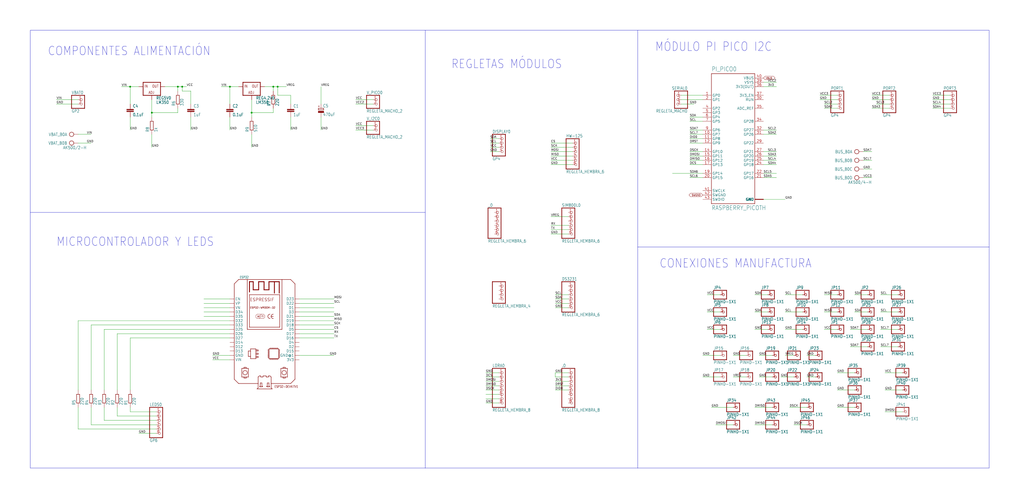
<source format=kicad_sch>
(kicad_sch (version 20250114) (generator "eeschema") (generator_version "9.0")
  (paper "User" 599.592 294.792)
  (text "REGLETAS MÓDULOS" (at 264.16 40.64 0) (effects (font (size 5.08 4.318)) (justify left bottom)))
  (text "MÓDULO PI PICO I2C" (at 383.54 30.48 0) (effects (font (size 5.08 4.318)) (justify left bottom)))
  (text "COMPONENTES ALIMENTACIÓN" (at 27.94 33.02 0) (effects (font (size 5.08 4.318)) (justify left bottom)))
  (text "MICROCONTROLADOR Y LEDS" (at 33.02 144.78 0) (effects (font (size 5.08 4.318)) (justify left bottom)))
  (text "CONEXIONES MANUFACTURA" (at 386.08 157.48 0) (effects (font (size 5.08 4.318)) (justify left bottom)))
  (junction (at 88.9 66.04))
  (junction (at 162.56 50.8))
  (junction (at 160.02 50.8))
  (junction (at 104.14 50.8))
  (junction (at 106.68 50.8))
  (junction (at 147.32 66.04))
  (junction (at 76.2 50.8))
  (junction (at 134.62 50.8))
  (wire (pts (xy 332.74 137.16) (xy 322.58 137.16)) (stroke (width 0.1524)))
  (wire (pts (xy 292.1 81.28) (xy 287.02 81.28)) (stroke (width 0.1524)))
  (wire (pts (xy 68.58 195.58) (xy 134.62 195.58)) (stroke (width 0.1524)))
  (wire (pts (xy 429.26 248.92) (xy 419.1 248.92)) (stroke (width 0.1524)))
  (wire (pts (xy 528.32 241.3) (xy 518.16 241.3)) (stroke (width 0.1524)))
  (wire (pts (xy 449.58 182.88) (xy 441.96 182.88)) (stroke (width 0.1524)))
  (polyline (pts (xy 17.78 17.78) (xy 248.92 17.78)) (stroke (width 0.1524) (type solid)))
  (wire (pts (xy 332.74 175.26) (xy 325.12 175.26)) (stroke (width 0.1524)))
  (wire (pts (xy 91.44 241.3) (xy 76.2 241.3)) (stroke (width 0.1524)))
  (wire (pts (xy 160.02 63.5) (xy 160.02 66.04)) (stroke (width 0.1524)))
  (wire (pts (xy 469.9 182.88) (xy 459.74 182.88)) (stroke (width 0.1524)))
  (wire (pts (xy 175.26 185.42) (xy 195.58 185.42)) (stroke (width 0.1524)))
  (wire (pts (xy 332.74 226.06) (xy 325.12 226.06)) (stroke (width 0.1524)))
  (wire (pts (xy 134.62 60.96) (xy 134.62 50.8)) (stroke (width 0.1524)))
  (wire (pts (xy 106.68 50.8) (xy 109.22 50.8)) (stroke (width 0.1524)))
  (wire (pts (xy 60.96 246.38) (xy 91.44 246.38)) (stroke (width 0.1524)))
  (wire (pts (xy 332.74 218.44) (xy 325.12 218.44)) (stroke (width 0.1524)))
  (wire (pts (xy 411.48 104.14) (xy 403.86 104.14)) (stroke (width 0.1524)))
  (wire (pts (xy 520.7 60.96) (xy 513.08 60.96)) (stroke (width 0.1524)))
  (wire (pts (xy 332.74 220.98) (xy 325.12 220.98)) (stroke (width 0.1524)))
  (wire (pts (xy 447.04 50.8) (xy 454.66 50.8)) (stroke (width 0.1524)))
  (wire (pts (xy 411.48 88.9) (xy 403.86 88.9)) (stroke (width 0.1524)))
  (wire (pts (xy 447.04 104.14) (xy 454.66 104.14)) (stroke (width 0.1524)))
  (wire (pts (xy 292.1 233.68) (xy 284.48 233.68)) (stroke (width 0.1524)))
  (wire (pts (xy 139.7 50.8) (xy 134.62 50.8)) (stroke (width 0.1524)))
  (wire (pts (xy 91.44 254) (xy 81.28 254)) (stroke (width 0.1524)))
  (wire (pts (xy 88.9 58.42) (xy 88.9 66.04)) (stroke (width 0.1524)))
  (wire (pts (xy 175.26 198.12) (xy 195.58 198.12)) (stroke (width 0.1524)))
  (wire (pts (xy 292.1 88.9) (xy 287.02 88.9)) (stroke (width 0.1524)))
  (wire (pts (xy 76.2 50.8) (xy 71.12 50.8)) (stroke (width 0.1524)))
  (wire (pts (xy 160.02 50.8) (xy 162.56 50.8)) (stroke (width 0.1524)))
  (wire (pts (xy 411.48 81.28) (xy 403.86 81.28)) (stroke (width 0.1524)))
  (wire (pts (xy 111.76 60.96) (xy 111.76 53.34)) (stroke (width 0.1524)))
  (wire (pts (xy 147.32 78.74) (xy 147.32 86.36)) (stroke (width 0.1524)))
  (wire (pts (xy 45.72 228.6) (xy 45.72 187.96)) (stroke (width 0.1524)))
  (wire (pts (xy 447.04 93.98) (xy 454.66 93.98)) (stroke (width 0.1524)))
  (wire (pts (xy 525.78 172.72) (xy 515.62 172.72)) (stroke (width 0.1524)))
  (wire (pts (xy 104.14 66.04) (xy 88.9 66.04)) (stroke (width 0.1524)))
  (wire (pts (xy 160.02 50.8) (xy 154.94 50.8)) (stroke (width 0.1524)))
  (wire (pts (xy 335.28 88.9) (xy 322.58 88.9)) (stroke (width 0.1524)))
  (wire (pts (xy 398.78 60.96) (xy 406.4 60.96)) (stroke (width 0.1524)))
  (wire (pts (xy 187.96 60.96) (xy 187.96 50.8)) (stroke (width 0.1524)))
  (polyline (pts (xy 373.38 17.78) (xy 373.38 144.78)) (stroke (width 0.1524) (type solid)))
  (wire (pts (xy 53.34 190.5) (xy 134.62 190.5)) (stroke (width 0.1524)))
  (wire (pts (xy 134.62 175.26) (xy 119.38 175.26)) (stroke (width 0.1524)))
  (wire (pts (xy 447.04 48.26) (xy 454.66 48.26)) (stroke (width 0.1524)))
  (wire (pts (xy 490.22 182.88) (xy 482.6 182.88)) (stroke (width 0.1524)))
  (wire (pts (xy 76.2 238.76) (xy 76.2 241.3)) (stroke (width 0.1524)))
  (wire (pts (xy 520.7 58.42) (xy 510.54 58.42)) (stroke (width 0.1524)))
  (wire (pts (xy 104.14 63.5) (xy 104.14 66.04)) (stroke (width 0.1524)))
  (wire (pts (xy 104.14 50.8) (xy 96.52 50.8)) (stroke (width 0.1524)))
  (wire (pts (xy 147.32 66.04) (xy 147.32 68.58)) (stroke (width 0.1524)))
  (wire (pts (xy 68.58 228.6) (xy 68.58 195.58)) (stroke (width 0.1524)))
  (wire (pts (xy 525.78 203.2) (xy 515.62 203.2)) (stroke (width 0.1524)))
  (wire (pts (xy 421.64 172.72) (xy 414.02 172.72)) (stroke (width 0.1524)))
  (wire (pts (xy 175.26 180.34) (xy 195.58 180.34)) (stroke (width 0.1524)))
  (wire (pts (xy 292.1 231.14) (xy 284.48 231.14)) (stroke (width 0.1524)))
  (wire (pts (xy 332.74 132.08) (xy 322.58 132.08)) (stroke (width 0.1524)))
  (wire (pts (xy 508 172.72) (xy 500.38 172.72)) (stroke (width 0.1524)))
  (wire (pts (xy 292.1 228.6) (xy 284.48 228.6)) (stroke (width 0.1524)))
  (wire (pts (xy 477.52 220.98) (xy 472.44 220.98)) (stroke (width 0.1524)))
  (wire (pts (xy 411.48 55.88) (xy 398.78 55.88)) (stroke (width 0.1524)))
  (wire (pts (xy 505.46 99.06) (xy 510.54 99.06)) (stroke (width 0.1524)))
  (wire (pts (xy 76.2 198.12) (xy 134.62 198.12)) (stroke (width 0.1524)))
  (wire (pts (xy 508 193.04) (xy 497.84 193.04)) (stroke (width 0.1524)))
  (wire (pts (xy 411.48 58.42) (xy 398.78 58.42)) (stroke (width 0.1524)))
  (polyline (pts (xy 248.92 274.32) (xy 17.78 274.32)) (stroke (width 0.1524) (type solid)))
  (wire (pts (xy 447.04 116.84) (xy 459.74 116.84)) (stroke (width 0.1524)))
  (wire (pts (xy 292.1 220.98) (xy 284.48 220.98)) (stroke (width 0.1524)))
  (wire (pts (xy 411.48 78.74) (xy 403.86 78.74)) (stroke (width 0.1524)))
  (wire (pts (xy 45.72 60.96) (xy 33.02 60.96)) (stroke (width 0.1524)))
  (wire (pts (xy 88.9 66.04) (xy 88.9 68.58)) (stroke (width 0.1524)))
  (wire (pts (xy 175.26 193.04) (xy 195.58 193.04)) (stroke (width 0.1524)))
  (polyline (pts (xy 579.12 17.78) (xy 579.12 144.78)) (stroke (width 0.1524) (type solid)))
  (wire (pts (xy 452.12 238.76) (xy 441.96 238.76)) (stroke (width 0.1524)))
  (wire (pts (xy 411.48 93.98) (xy 403.86 93.98)) (stroke (width 0.1524)))
  (wire (pts (xy 525.78 193.04) (xy 515.62 193.04)) (stroke (width 0.1524)))
  (wire (pts (xy 500.38 228.6) (xy 490.22 228.6)) (stroke (width 0.1524)))
  (wire (pts (xy 447.04 101.6) (xy 454.66 101.6)) (stroke (width 0.1524)))
  (polyline (pts (xy 373.38 144.78) (xy 373.38 274.32)) (stroke (width 0.1524) (type solid)))
  (wire (pts (xy 134.62 177.8) (xy 119.38 177.8)) (stroke (width 0.1524)))
  (wire (pts (xy 447.04 76.2) (xy 454.66 76.2)) (stroke (width 0.1524)))
  (wire (pts (xy 53.34 238.76) (xy 53.34 248.92)) (stroke (width 0.1524)))
  (wire (pts (xy 556.26 55.88) (xy 546.1 55.88)) (stroke (width 0.1524)))
  (wire (pts (xy 160.02 53.34) (xy 160.02 50.8)) (stroke (width 0.1524)))
  (wire (pts (xy 452.12 248.92) (xy 441.96 248.92)) (stroke (width 0.1524)))
  (wire (pts (xy 45.72 58.42) (xy 33.02 58.42)) (stroke (width 0.1524)))
  (wire (pts (xy 45.72 78.74) (xy 53.34 78.74)) (stroke (width 0.1524)))
  (wire (pts (xy 175.26 190.5) (xy 195.58 190.5)) (stroke (width 0.1524)))
  (wire (pts (xy 505.46 93.98) (xy 510.54 93.98)) (stroke (width 0.1524)))
  (wire (pts (xy 175.26 177.8) (xy 195.58 177.8)) (stroke (width 0.1524)))
  (wire (pts (xy 88.9 78.74) (xy 88.9 86.36)) (stroke (width 0.1524)))
  (wire (pts (xy 332.74 223.52) (xy 325.12 223.52)) (stroke (width 0.1524)))
  (polyline (pts (xy 17.78 124.46) (xy 17.78 17.78)) (stroke (width 0.1524) (type solid)))
  (wire (pts (xy 104.14 53.34) (xy 104.14 50.8)) (stroke (width 0.1524)))
  (wire (pts (xy 175.26 182.88) (xy 195.58 182.88)) (stroke (width 0.1524)))
  (wire (pts (xy 447.04 96.52) (xy 454.66 96.52)) (stroke (width 0.1524)))
  (wire (pts (xy 175.26 195.58) (xy 195.58 195.58)) (stroke (width 0.1524)))
  (wire (pts (xy 218.44 76.2) (xy 208.28 76.2)) (stroke (width 0.1524)))
  (wire (pts (xy 525.78 182.88) (xy 515.62 182.88)) (stroke (width 0.1524)))
  (wire (pts (xy 447.04 78.74) (xy 454.66 78.74)) (stroke (width 0.1524)))
  (wire (pts (xy 60.96 228.6) (xy 60.96 193.04)) (stroke (width 0.1524)))
  (wire (pts (xy 452.12 208.28) (xy 444.5 208.28)) (stroke (width 0.1524)))
  (wire (pts (xy 520.7 55.88) (xy 510.54 55.88)) (stroke (width 0.1524)))
  (wire (pts (xy 325.12 218.44) (xy 325.12 220.98)) (stroke (width 0.1524)))
  (wire (pts (xy 81.28 50.8) (xy 76.2 50.8)) (stroke (width 0.1524)))
  (wire (pts (xy 335.28 96.52) (xy 322.58 96.52)) (stroke (width 0.1524)))
  (wire (pts (xy 472.44 238.76) (xy 462.28 238.76)) (stroke (width 0.1524)))
  (wire (pts (xy 53.34 248.92) (xy 91.44 248.92)) (stroke (width 0.1524)))
  (wire (pts (xy 449.58 172.72) (xy 441.96 172.72)) (stroke (width 0.1524)))
  (wire (pts (xy 421.64 182.88) (xy 414.02 182.88)) (stroke (width 0.1524)))
  (wire (pts (xy 170.18 55.88) (xy 162.56 55.88)) (stroke (width 0.1524)))
  (wire (pts (xy 134.62 50.8) (xy 129.54 50.8)) (stroke (width 0.1524)))
  (wire (pts (xy 175.26 175.26) (xy 195.58 175.26)) (stroke (width 0.1524)))
  (wire (pts (xy 556.26 60.96) (xy 546.1 60.96)) (stroke (width 0.1524)))
  (wire (pts (xy 490.22 63.5) (xy 482.6 63.5)) (stroke (width 0.1524)))
  (wire (pts (xy 45.72 187.96) (xy 134.62 187.96)) (stroke (width 0.1524)))
  (wire (pts (xy 505.46 88.9) (xy 510.54 88.9)) (stroke (width 0.1524)))
  (wire (pts (xy 332.74 127) (xy 322.58 127)) (stroke (width 0.1524)))
  (wire (pts (xy 490.22 193.04) (xy 482.6 193.04)) (stroke (width 0.1524)))
  (wire (pts (xy 411.48 91.44) (xy 403.86 91.44)) (stroke (width 0.1524)))
  (wire (pts (xy 505.46 104.14) (xy 510.54 104.14)) (stroke (width 0.1524)))
  (wire (pts (xy 447.04 91.44) (xy 454.66 91.44)) (stroke (width 0.1524)))
  (polyline (pts (xy 248.92 124.46) (xy 248.92 274.32)) (stroke (width 0.1524) (type solid)))
  (wire (pts (xy 218.44 58.42) (xy 208.28 58.42)) (stroke (width 0.1524)))
  (wire (pts (xy 490.22 58.42) (xy 480.06 58.42)) (stroke (width 0.1524)))
  (polyline (pts (xy 373.38 274.32) (xy 248.92 274.32)) (stroke (width 0.1524) (type solid)))
  (wire (pts (xy 332.74 177.8) (xy 325.12 177.8)) (stroke (width 0.1524)))
  (wire (pts (xy 411.48 83.82) (xy 403.86 83.82)) (stroke (width 0.1524)))
  (wire (pts (xy 134.62 68.58) (xy 134.62 76.2)) (stroke (width 0.1524)))
  (wire (pts (xy 447.04 88.9) (xy 454.66 88.9)) (stroke (width 0.1524)))
  (wire (pts (xy 477.52 208.28) (xy 472.44 208.28)) (stroke (width 0.1524)))
  (wire (pts (xy 175.26 187.96) (xy 195.58 187.96)) (stroke (width 0.1524)))
  (wire (pts (xy 411.48 76.2) (xy 403.86 76.2)) (stroke (width 0.1524)))
  (wire (pts (xy 528.32 218.44) (xy 518.16 218.44)) (stroke (width 0.1524)))
  (wire (pts (xy 469.9 172.72) (xy 459.74 172.72)) (stroke (width 0.1524)))
  (polyline (pts (xy 17.78 274.32) (xy 17.78 124.46)) (stroke (width 0.1524) (type solid)))
  (wire (pts (xy 464.82 220.98) (xy 457.2 220.98)) (stroke (width 0.1524)))
  (wire (pts (xy 134.62 208.28) (xy 124.46 208.28)) (stroke (width 0.1524)))
  (wire (pts (xy 187.96 68.58) (xy 187.96 76.2)) (stroke (width 0.1524)))
  (wire (pts (xy 411.48 68.58) (xy 403.86 68.58)) (stroke (width 0.1524)))
  (polyline (pts (xy 373.38 17.78) (xy 579.12 17.78)) (stroke (width 0.1524) (type solid)))
  (wire (pts (xy 411.48 71.12) (xy 403.86 71.12)) (stroke (width 0.1524)))
  (polyline (pts (xy 579.12 144.78) (xy 579.12 274.32)) (stroke (width 0.1524) (type solid)))
  (polyline (pts (xy 579.12 274.32) (xy 373.38 274.32)) (stroke (width 0.1524) (type solid)))
  (wire (pts (xy 508 203.2) (xy 497.84 203.2)) (stroke (width 0.1524)))
  (wire (pts (xy 218.44 60.96) (xy 208.28 60.96)) (stroke (width 0.1524)))
  (wire (pts (xy 76.2 60.96) (xy 76.2 50.8)) (stroke (width 0.1524)))
  (wire (pts (xy 292.1 226.06) (xy 284.48 226.06)) (stroke (width 0.1524)))
  (wire (pts (xy 332.74 172.72) (xy 325.12 172.72)) (stroke (width 0.1524)))
  (wire (pts (xy 452.12 220.98) (xy 444.5 220.98)) (stroke (width 0.1524)))
  (wire (pts (xy 411.48 101.6) (xy 393.7 101.6)) (stroke (width 0.1524)))
  (wire (pts (xy 111.76 68.58) (xy 111.76 76.2)) (stroke (width 0.1524)))
  (wire (pts (xy 421.64 220.98) (xy 411.48 220.98)) (stroke (width 0.1524)))
  (wire (pts (xy 68.58 243.84) (xy 91.44 243.84)) (stroke (width 0.1524)))
  (wire (pts (xy 170.18 60.96) (xy 170.18 55.88)) (stroke (width 0.1524)))
  (wire (pts (xy 508 182.88) (xy 500.38 182.88)) (stroke (width 0.1524)))
  (wire (pts (xy 421.64 193.04) (xy 414.02 193.04)) (stroke (width 0.1524)))
  (wire (pts (xy 332.74 228.6) (xy 325.12 228.6)) (stroke (width 0.1524)))
  (wire (pts (xy 292.1 218.44) (xy 284.48 218.44)) (stroke (width 0.1524)))
  (wire (pts (xy 436.88 220.98) (xy 429.26 220.98)) (stroke (width 0.1524)))
  (wire (pts (xy 500.38 218.44) (xy 490.22 218.44)) (stroke (width 0.1524)))
  (polyline (pts (xy 248.92 17.78) (xy 373.38 17.78)) (stroke (width 0.1524) (type solid)))
  (wire (pts (xy 45.72 238.76) (xy 45.72 251.46)) (stroke (width 0.1524)))
  (wire (pts (xy 218.44 73.66) (xy 208.28 73.66)) (stroke (width 0.1524)))
  (wire (pts (xy 134.62 210.82) (xy 124.46 210.82)) (stroke (width 0.1524)))
  (wire (pts (xy 556.26 63.5) (xy 546.1 63.5)) (stroke (width 0.1524)))
  (wire (pts (xy 335.28 93.98) (xy 322.58 93.98)) (stroke (width 0.1524)))
  (wire (pts (xy 45.72 251.46) (xy 91.44 251.46)) (stroke (width 0.1524)))
  (wire (pts (xy 429.26 238.76) (xy 416.56 238.76)) (stroke (width 0.1524)))
  (polyline (pts (xy 373.38 144.78) (xy 579.12 144.78)) (stroke (width 0.1524) (type solid)))
  (wire (pts (xy 104.14 50.8) (xy 106.68 50.8)) (stroke (width 0.1524)))
  (wire (pts (xy 170.18 68.58) (xy 170.18 76.2)) (stroke (width 0.1524)))
  (polyline (pts (xy 248.92 17.78) (xy 248.92 124.46)) (stroke (width 0.1524) (type solid)))
  (wire (pts (xy 292.1 223.52) (xy 284.48 223.52)) (stroke (width 0.1524)))
  (wire (pts (xy 332.74 134.62) (xy 322.58 134.62)) (stroke (width 0.1524)))
  (wire (pts (xy 528.32 228.6) (xy 518.16 228.6)) (stroke (width 0.1524)))
  (wire (pts (xy 332.74 180.34) (xy 325.12 180.34)) (stroke (width 0.1524)))
  (wire (pts (xy 175.26 208.28) (xy 195.58 208.28)) (stroke (width 0.1524)))
  (wire (pts (xy 490.22 60.96) (xy 482.6 60.96)) (stroke (width 0.1524)))
  (wire (pts (xy 411.48 96.52) (xy 403.86 96.52)) (stroke (width 0.1524)))
  (wire (pts (xy 162.56 55.88) (xy 162.56 50.8)) (stroke (width 0.1524)))
  (wire (pts (xy 292.1 236.22) (xy 284.48 236.22)) (stroke (width 0.1524)))
  (wire (pts (xy 106.68 53.34) (xy 106.68 50.8)) (stroke (width 0.1524)))
  (wire (pts (xy 111.76 53.34) (xy 106.68 53.34)) (stroke (width 0.1524)))
  (wire (pts (xy 472.44 248.92) (xy 464.82 248.92)) (stroke (width 0.1524)))
  (wire (pts (xy 335.28 83.82) (xy 322.58 83.82)) (stroke (width 0.1524)))
  (wire (pts (xy 68.58 238.76) (xy 68.58 243.84)) (stroke (width 0.1524)))
  (wire (pts (xy 500.38 238.76) (xy 490.22 238.76)) (stroke (width 0.1524)))
  (wire (pts (xy 53.34 228.6) (xy 53.34 190.5)) (stroke (width 0.1524)))
  (wire (pts (xy 464.82 208.28) (xy 459.74 208.28)) (stroke (width 0.1524)))
  (wire (pts (xy 490.22 172.72) (xy 482.6 172.72)) (stroke (width 0.1524)))
  (wire (pts (xy 134.62 182.88) (xy 119.38 182.88)) (stroke (width 0.1524)))
  (wire (pts (xy 292.1 86.36) (xy 287.02 86.36)) (stroke (width 0.1524)))
  (wire (pts (xy 160.02 66.04) (xy 147.32 66.04)) (stroke (width 0.1524)))
  (wire (pts (xy 449.58 193.04) (xy 441.96 193.04)) (stroke (width 0.1524)))
  (wire (pts (xy 162.56 50.8) (xy 167.64 50.8)) (stroke (width 0.1524)))
  (wire (pts (xy 292.1 83.82) (xy 287.02 83.82)) (stroke (width 0.1524)))
  (wire (pts (xy 134.62 185.42) (xy 119.38 185.42)) (stroke (width 0.1524)))
  (wire (pts (xy 60.96 238.76) (xy 60.96 246.38)) (stroke (width 0.1524)))
  (wire (pts (xy 45.72 83.82) (xy 53.34 83.82)) (stroke (width 0.1524)))
  (wire (pts (xy 436.88 208.28) (xy 429.26 208.28)) (stroke (width 0.1524)))
  (wire (pts (xy 520.7 63.5) (xy 510.54 63.5)) (stroke (width 0.1524)))
  (wire (pts (xy 335.28 91.44) (xy 322.58 91.44)) (stroke (width 0.1524)))
  (wire (pts (xy 147.32 58.42) (xy 147.32 66.04)) (stroke (width 0.1524)))
  (wire (pts (xy 76.2 68.58) (xy 76.2 76.2)) (stroke (width 0.1524)))
  (wire (pts (xy 556.26 58.42) (xy 546.1 58.42)) (stroke (width 0.1524)))
  (wire (pts (xy 469.9 193.04) (xy 459.74 193.04)) (stroke (width 0.1524)))
  (wire (pts (xy 335.28 86.36) (xy 322.58 86.36)) (stroke (width 0.1524)))
  (wire (pts (xy 134.62 180.34) (xy 119.38 180.34)) (stroke (width 0.1524)))
  (polyline (pts (xy 17.78 124.46) (xy 248.92 124.46)) (stroke (width 0.1524) (type solid)))
  (wire (pts (xy 421.64 208.28) (xy 411.48 208.28)) (stroke (width 0.1524)))
  (wire (pts (xy 76.2 228.6) (xy 76.2 198.12)) (stroke (width 0.1524)))
  (wire (pts (xy 490.22 55.88) (xy 480.06 55.88)) (stroke (width 0.1524)))
  (wire (pts (xy 60.96 193.04) (xy 134.62 193.04)) (stroke (width 0.1524)))
  (label "VCC" (at 109.22 50.8 0) (effects (font (size 1.2446 1.2446))))
  (label "SCL" (at 287.02 83.82 0) (effects (font (size 1.2446 1.2446))))
  (label "VCC" (at 208.28 58.42 0) (effects (font (size 1.2446 1.2446))))
  (label "DMOSI" (at 284.48 223.52 0) (effects (font (size 1.2446 1.2446))))
  (label "SDA7" (at 505.46 88.9 0) (effects (font (size 1.2446 1.2446))))
  (label "GND" (at 459.74 193.04 0) (effects (font (size 1.2446 1.2446))))
  (label "GND" (at 81.28 254 0) (effects (font (size 1.2446 1.2446))))
  (label "VCC3" (at 546.1 55.88 0) (effects (font (size 1.2446 1.2446))))
  (label "DMOSI" (at 419.1 248.92 0) (effects (font (size 1.2446 1.2446))))
  (label "GND" (at 325.12 180.34 0) (effects (font (size 1.2446 1.2446))))
  (label "GND" (at 322.58 96.52 0) (effects (font (size 1.2446 1.2446))))
  (label "GND" (at 325.12 218.44 0) (effects (font (size 1.2446 1.2446))))
  (label "RX" (at 195.58 195.58 0) (effects (font (size 1.2446 1.2446))))
  (label "GND" (at 170.18 76.2 0) (effects (font (size 1.2446 1.2446))))
  (label "CS" (at 322.58 83.82 0) (effects (font (size 1.2446 1.2446))))
  (label "SCL" (at 515.62 172.72 0) (effects (font (size 1.2446 1.2446))))
  (label "SCL7" (at 403.86 78.74 0) (effects (font (size 1.2446 1.2446))))
  (label "SDA3" (at 510.54 63.5 0) (effects (font (size 1.2446 1.2446))))
  (label "DRST" (at 403.86 83.82 0) (effects (font (size 1.2446 1.2446))))
  (label "SDA2" (at 449.58 78.74 0) (effects (font (size 1.2446 1.2446))))
  (label "VREG" (at 322.58 127 0) (effects (font (size 1.2446 1.2446))))
  (label "GND" (at 490.22 228.6 0) (effects (font (size 1.2446 1.2446))))
  (label "SCL" (at 459.74 182.88 0) (effects (font (size 1.2446 1.2446))))
  (label "SCL3" (at 513.08 60.96 0) (effects (font (size 1.2446 1.2446))))
  (label "GND" (at 193.04 208.28 0) (effects (font (size 1.2446 1.2446))))
  (label "GND" (at 480.06 58.42 0) (effects (font (size 1.2446 1.2446))))
  (label "VREG" (at 429.26 220.98 0) (effects (font (size 1.2446 1.2446))))
  (label "VIN" (at 50.8 78.74 0) (effects (font (size 1.2446 1.2446))))
  (label "DCS" (at 403.86 96.52 0) (effects (font (size 1.2446 1.2446))))
  (label "RX" (at 322.58 132.08 0) (effects (font (size 1.2446 1.2446))))
  (label "VCC" (at 482.6 193.04 0) (effects (font (size 1.2446 1.2446))))
  (label "SDA7" (at 403.86 76.2 0) (effects (font (size 1.2446 1.2446))))
  (label "GND" (at 33.02 60.96 0) (effects (font (size 1.2446 1.2446))))
  (label "GND" (at 444.5 220.98 0) (effects (font (size 1.2446 1.2446))))
  (label "MISO" (at 482.6 172.72 0) (effects (font (size 1.2446 1.2446))))
  (label "SCL5" (at 447.04 101.6 0) (effects (font (size 1.2446 1.2446))))
  (label "SCL7" (at 505.46 93.98 0) (effects (font (size 1.2446 1.2446))))
  (label "VCC3" (at 208.28 76.2 0) (effects (font (size 1.2446 1.2446))))
  (label "DRST" (at 325.12 226.06 0) (effects (font (size 1.2446 1.2446))))
  (label "GND" (at 490.22 238.76 0) (effects (font (size 1.2446 1.2446))))
  (label "3V3" (at 325.12 223.52 0) (effects (font (size 1.2446 1.2446))))
  (label "TX" (at 322.58 134.62 0) (effects (font (size 1.2446 1.2446))))
  (label "SCL4" (at 546.1 60.96 0) (effects (font (size 1.2446 1.2446))))
  (label "SCL2" (at 449.58 76.2 0) (effects (font (size 1.2446 1.2446))))
  (label "VCC3" (at 480.06 55.88 0) (effects (font (size 1.2446 1.2446))))
  (label "SDA" (at 441.96 182.88 0) (effects (font (size 1.2446 1.2446))))
  (label "SCL" (at 325.12 172.72 0) (effects (font (size 1.2446 1.2446))))
  (label "GND" (at 441.96 193.04 0) (effects (font (size 1.2446 1.2446))))
  (label "DMISO" (at 441.96 238.76 0) (effects (font (size 1.2446 1.2446))))
  (label "VCC" (at 208.28 73.66 0) (effects (font (size 1.2446 1.2446))))
  (label "GND" (at 284.48 218.44 0) (effects (font (size 1.2446 1.2446))))
  (label "DSCK" (at 462.28 238.76 0) (effects (font (size 1.2446 1.2446))))
  (label "DMISO" (at 403.86 93.98 0) (effects (font (size 1.2446 1.2446))))
  (label "SCK" (at 195.58 190.5 0) (effects (font (size 1.2446 1.2446))))
  (label "SCL3" (at 449.58 88.9 0) (effects (font (size 1.2446 1.2446))))
  (label "SDA3" (at 449.58 91.44 0) (effects (font (size 1.2446 1.2446))))
  (label "SDA" (at 500.38 182.88 0) (effects (font (size 1.2446 1.2446))))
  (label "GND" (at 411.48 220.98 0) (effects (font (size 1.2446 1.2446))))
  (label "SCL6" (at 403.86 104.14 0) (effects (font (size 1.2446 1.2446))))
  (label "MISO" (at 482.6 182.88 0) (effects (font (size 1.2446 1.2446))))
  (label "DIO0" (at 325.12 228.6 0) (effects (font (size 1.2446 1.2446))))
  (label "GND" (at 546.1 58.42 0) (effects (font (size 1.2446 1.2446))))
  (label "SDA4" (at 546.1 63.5 0) (effects (font (size 1.2446 1.2446))))
  (label "DMOSI" (at 403.86 91.44 0) (effects (font (size 1.2446 1.2446))))
  (label "GND" (at 429.26 208.28 0) (effects (font (size 1.2446 1.2446))))
  (label "DSCK" (at 403.86 88.9 0) (effects (font (size 1.2446 1.2446))))
  (label "GND" (at 459.74 116.84 0) (effects (font (size 1.2446 1.2446))))
  (label "SCL7" (at 515.62 203.2 0) (effects (font (size 1.2446 1.2446))))
  (label "SDA" (at 325.12 175.26 0) (effects (font (size 1.2446 1.2446))))
  (label "VIN" (at 129.54 50.8 0) (effects (font (size 1.2446 1.2446))))
  (label "SDA5" (at 447.04 104.14 0) (effects (font (size 1.2446 1.2446))))
  (label "SDA" (at 403.86 68.58 0) (effects (font (size 1.2446 1.2446))))
  (label "GND" (at 124.46 208.28 0) (effects (font (size 1.2446 1.2446))))
  (label "MOSI" (at 195.58 175.26 0) (effects (font (size 1.2446 1.2446))))
  (label "SDA4" (at 449.58 96.52 0) (effects (font (size 1.2446 1.2446))))
  (label "SDA" (at 287.02 81.28 0) (effects (font (size 1.2446 1.2446))))
  (label "VCC2" (at 449.58 48.26 0) (effects (font (size 1.2446 1.2446))))
  (label "GND" (at 50.8 83.82 0) (effects (font (size 1.2446 1.2446))))
  (label "SDA7" (at 497.84 193.04 0) (effects (font (size 1.2446 1.2446))))
  (label "GND" (at 134.62 76.2 0) (effects (font (size 1.2446 1.2446))))
  (label "VCC3" (at 510.54 55.88 0) (effects (font (size 1.2446 1.2446))))
  (label "GND" (at 111.76 76.2 0) (effects (font (size 1.2446 1.2446))))
  (label "DSCK" (at 284.48 228.6 0) (effects (font (size 1.2446 1.2446))))
  (label "VCC3" (at 505.46 104.14 0) (effects (font (size 1.2446 1.2446))))
  (label "SDA2" (at 482.6 63.5 0) (effects (font (size 1.2446 1.2446))))
  (label "VREG" (at 187.96 50.8 0) (effects (font (size 1.2446 1.2446))))
  (label "MISO" (at 322.58 91.44 0) (effects (font (size 1.2446 1.2446))))
  (label "SCL" (at 195.58 177.8 0) (effects (font (size 1.2446 1.2446))))
  (label "SCL" (at 403.86 71.12 0) (effects (font (size 1.2446 1.2446))))
  (label "GND" (at 287.02 88.9 0) (effects (font (size 1.2446 1.2446))))
  (label "GND" (at 403.86 60.96 0) (effects (font (size 1.2446 1.2446))))
  (label "GND" (at 416.56 238.76 0) (effects (font (size 1.2446 1.2446))))
  (label "MISO" (at 195.58 187.96 0) (effects (font (size 1.2446 1.2446))))
  (label "TX" (at 195.58 198.12 0) (effects (font (size 1.2446 1.2446))))
  (label "DIO0" (at 403.86 81.28 0) (effects (font (size 1.2446 1.2446))))
  (label "DMOSI" (at 518.16 241.3 0) (effects (font (size 1.2446 1.2446))))
  (label "DSCK" (at 464.82 248.92 0) (effects (font (size 1.2446 1.2446))))
  (label "GND" (at 444.5 208.28 0) (effects (font (size 1.2446 1.2446))))
  (label "SDA" (at 195.58 185.42 0) (effects (font (size 1.2446 1.2446))))
  (label "VREG" (at 167.64 50.8 0) (effects (font (size 1.2446 1.2446))))
  (label "GND" (at 510.54 58.42 0) (effects (font (size 1.2446 1.2446))))
  (label "VCC" (at 322.58 93.98 0) (effects (font (size 1.2446 1.2446))))
  (label "SDA7" (at 497.84 203.2 0) (effects (font (size 1.2446 1.2446))))
  (label "VCC2" (at 208.28 60.96 0) (effects (font (size 1.2446 1.2446))))
  (label "GND" (at 490.22 218.44 0) (effects (font (size 1.2446 1.2446))))
  (label "GND" (at 147.32 86.36 0) (effects (font (size 1.2446 1.2446))))
  (label "VCC" (at 518.16 218.44 0) (effects (font (size 1.2446 1.2446))))
  (label "VCC" (at 325.12 177.8 0) (effects (font (size 1.2446 1.2446))))
  (label "VCC" (at 124.46 210.82 0) (effects (font (size 1.2446 1.2446))))
  (label "GND" (at 472.44 208.28 0) (effects (font (size 1.2446 1.2446))))
  (label "GND" (at 76.2 76.2 0) (effects (font (size 1.2446 1.2446))))
  (label "SDA" (at 441.96 172.72 0) (effects (font (size 1.2446 1.2446))))
  (label "DCS" (at 284.48 220.98 0) (effects (font (size 1.2446 1.2446))))
  (label "CS" (at 195.58 193.04 0) (effects (font (size 1.2446 1.2446))))
  (label "GND" (at 187.96 76.2 0) (effects (font (size 1.2446 1.2446))))
  (label "GND" (at 88.9 86.36 0) (effects (font (size 1.2446 1.2446))))
  (label "VREG" (at 459.74 208.28 0) (effects (font (size 1.2446 1.2446))))
  (label "GND" (at 505.46 99.06 0) (effects (font (size 1.2446 1.2446))))
  (label "SDA" (at 500.38 172.72 0) (effects (font (size 1.2446 1.2446))))
  (label "MOSI" (at 322.58 88.9 0) (effects (font (size 1.2446 1.2446))))
  (label "VCC" (at 414.02 182.88 0) (effects (font (size 1.2446 1.2446))))
  (label "SCK" (at 322.58 86.36 0) (effects (font (size 1.2446 1.2446))))
  (label "GND" (at 518.16 228.6 0) (effects (font (size 1.2446 1.2446))))
  (label "VCC" (at 287.02 86.36 0) (effects (font (size 1.2446 1.2446))))
  (label "VIN" (at 71.12 50.8 0) (effects (font (size 1.2446 1.2446))))
  (label "SCL" (at 459.74 172.72 0) (effects (font (size 1.2446 1.2446))))
  (label "GND" (at 411.48 208.28 0) (effects (font (size 1.2446 1.2446))))
  (label "SDA6" (at 403.86 101.6 0) (effects (font (size 1.2446 1.2446))))
  (label "GND" (at 322.58 137.16 0) (effects (font (size 1.2446 1.2446))))
  (label "VIN" (at 33.02 58.42 0) (effects (font (size 1.2446 1.2446))))
  (label "3V3" (at 449.58 50.8 0) (effects (font (size 1.2446 1.2446))))
  (label "GND" (at 457.2 220.98 0) (effects (font (size 1.2446 1.2446))))
  (label "SCL7" (at 515.62 193.04 0) (effects (font (size 1.2446 1.2446))))
  (label "GND" (at 472.44 220.98 0) (effects (font (size 1.2446 1.2446))))
  (label "SCL4" (at 449.58 93.98 0) (effects (font (size 1.2446 1.2446))))
  (label "SCL" (at 515.62 182.88 0) (effects (font (size 1.2446 1.2446))))
  (label "VCC" (at 414.02 172.72 0) (effects (font (size 1.2446 1.2446))))
  (label "GND" (at 284.48 236.22 0) (effects (font (size 1.2446 1.2446))))
  (label "DMISO" (at 284.48 226.06 0) (effects (font (size 1.2446 1.2446))))
  (label "DMISO" (at 441.96 248.92 0) (effects (font (size 1.2446 1.2446))))
  (label "VCC" (at 414.02 193.04 0) (effects (font (size 1.2446 1.2446))))
  (label "SCL2" (at 482.6 60.96 0) (effects (font (size 1.2446 1.2446))))
  (global_label "SWGND" (shape bidirectional) (at 411.48 114.3 180) (effects (font (size 1.016 1.016))) (property "Intersheetrefs" "${INTERSHEET_REFS}" (effects (hide yes))))
  (global_label "VBUS" (shape bidirectional) (at 447.04 45.72 0) (effects (font (size 1.016 1.016))) (property "Intersheetrefs" "${INTERSHEET_REFS}" (effects (hide yes))))
  (symbol (lib_id "board-eagle-import:PINHD-1X1") (at 510.54 193.04 0) (unit 1)
    (property "Reference" "JP28" (at 504.19 189.865 0) (effects (font (size 1.778 1.5113)) (justify left bottom)))
    (property "Value" "PINHD-1X1" (at 504.19 198.12 0) (effects (font (size 1.778 1.5113)) (justify left bottom)))
    (property "Footprint" "board:1X01" (effects (hide yes)))
  )
  (symbol (lib_id "board-eagle-import:PINHD-1X4") (at 492.76 60.96 0) (unit 1)
    (property "Reference" "PORT1" (at 486.41 52.705 0) (effects (font (size 1.778 1.5113)) (justify left bottom)))
    (property "Value" "GP4" (at 486.41 68.58 0) (effects (font (size 1.778 1.5113)) (justify left bottom)))
    (property "Footprint" "board:1X04" (effects (hide yes)))
  )
  (symbol (lib_id "board-eagle-import:AK500/4-H") (at 500.38 99.06 0) (unit 3)
    (property "Reference" "BUS_B0" (at 499.11 98.171 0) (effects (font (size 1.778 1.5113)) (justify right top)))
    (property "Value" "AK500/4-H" (effects (hide yes)))
    (property "Footprint" "board:AK500_4-H" (effects (hide yes)))
  )
  (symbol (lib_id "board-eagle-import:AK500/4-H") (at 500.38 104.14 0) (unit 4)
    (property "Reference" "BUS_B0" (at 499.11 103.251 0) (effects (font (size 1.778 1.5113)) (justify right top)))
    (property "Value" "AK500/4-H" (at 496.57 107.823 0) (effects (font (size 1.778 1.5113)) (justify left bottom)))
    (property "Footprint" "board:AK500_4-H" (effects (hide yes)))
  )
  (symbol (lib_id "board-eagle-import:AK500/4-H") (at 500.38 88.9 0) (unit 1)
    (property "Reference" "BUS_B0" (at 499.11 88.011 0) (effects (font (size 1.778 1.5113)) (justify right top)))
    (property "Value" "AK500/4-H" (effects (hide yes)))
    (property "Footprint" "board:AK500_4-H" (effects (hide yes)))
  )
  (symbol (lib_id "board-eagle-import:PINHD-1X1") (at 424.18 172.72 0) (unit 1)
    (property "Reference" "JP4" (at 417.83 169.545 0) (effects (font (size 1.778 1.5113)) (justify left bottom)))
    (property "Value" "PINHD-1X1" (at 417.83 177.8 0) (effects (font (size 1.778 1.5113)) (justify left bottom)))
    (property "Footprint" "board:1X01" (effects (hide yes)))
  )
  (symbol (lib_id "board-eagle-import:PINHD-1X1") (at 528.32 193.04 0) (unit 1)
    (property "Reference" "JP29" (at 521.97 189.865 0) (effects (font (size 1.778 1.5113)) (justify left bottom)))
    (property "Value" "PINHD-1X1" (at 521.97 198.12 0) (effects (font (size 1.778 1.5113)) (justify left bottom)))
    (property "Footprint" "board:1X01" (effects (hide yes)))
  )
  (symbol (lib_id "board-eagle-import:R-EU_0204/7") (at 76.2 233.68 90) (unit 1)
    (property "Reference" "R1" (at 74.7014 237.49 0) (effects (font (size 1.778 1.5113)) (justify left bottom)))
    (property "Value" "220" (at 79.502 237.49 0) (effects (font (size 1.778 1.5113)) (justify left bottom)))
    (property "Footprint" "board:0204_7" (effects (hide yes)))
  )
  (symbol (lib_id "board-eagle-import:PINHD-1X1") (at 467.36 220.98 0) (unit 1)
    (property "Reference" "JP22" (at 461.01 217.805 0) (effects (font (size 1.778 1.5113)) (justify left bottom)))
    (property "Value" "PINHD-1X1" (at 461.01 226.06 0) (effects (font (size 1.778 1.5113)) (justify left bottom)))
    (property "Footprint" "board:1X01" (effects (hide yes)))
  )
  (symbol (lib_id "board-eagle-import:PINHD-1X4") (at 294.64 86.36 0) (unit 1)
    (property "Reference" "DISPLAY0" (at 288.29 78.105 0) (effects (font (size 1.778 1.5113)) (justify left bottom)))
    (property "Value" "GP4" (at 288.29 93.98 0) (effects (font (size 1.778 1.5113)) (justify left bottom)))
    (property "Footprint" "board:1X04" (effects (hide yes)))
  )
  (symbol (lib_id "board-eagle-import:R-EU_0204/7") (at 45.72 233.68 90) (unit 1)
    (property "Reference" "R5" (at 44.2214 237.49 0) (effects (font (size 1.778 1.5113)) (justify left bottom)))
    (property "Value" "220" (at 49.022 237.49 0) (effects (font (size 1.778 1.5113)) (justify left bottom)))
    (property "Footprint" "board:0204_7" (effects (hide yes)))
  )
  (symbol (lib_id "board-eagle-import:C2.5/2") (at 134.62 63.5 0) (unit 1)
    (property "Reference" "C2" (at 136.144 63.119 0) (effects (font (size 1.778 1.5113)) (justify left bottom)))
    (property "Value" "0.1uF" (at 136.144 68.199 0) (effects (font (size 1.778 1.5113)) (justify left bottom)))
    (property "Footprint" "board:C2.5-2" (effects (hide yes)))
  )
  (symbol (lib_id "board-eagle-import:R-EU_0204/7") (at 160.02 58.42 90) (unit 1)
    (property "Reference" "R7" (at 158.5214 62.23 0) (effects (font (size 1.778 1.5113)) (justify left bottom)))
    (property "Value" "220" (at 163.322 62.23 0) (effects (font (size 1.778 1.5113)) (justify left bottom)))
    (property "Footprint" "board:0204_7" (effects (hide yes)))
  )
  (symbol (lib_id "board-eagle-import:AK500/2-H") (at 40.64 83.82 0) (unit 2)
    (property "Reference" "VBAT_B0" (at 39.37 82.931 0) (effects (font (size 1.778 1.5113)) (justify right top)))
    (property "Value" "AK500/2-H" (at 36.83 87.503 0) (effects (font (size 1.778 1.5113)) (justify left bottom)))
    (property "Footprint" "board:AK500_2-H" (effects (hide yes)))
  )
  (symbol (lib_id "board-eagle-import:PINHD-1X6") (at 93.98 248.92 0) (unit 1)
    (property "Reference" "LEDS0" (at 87.63 238.125 0) (effects (font (size 1.778 1.5113)) (justify left bottom)))
    (property "Value" "GP6" (at 87.63 259.08 0) (effects (font (size 1.778 1.5113)) (justify left bottom)))
    (property "Footprint" "board:1X06" (effects (hide yes)))
  )
  (symbol (lib_id "board-eagle-import:PINHD-1X1") (at 467.36 208.28 0) (unit 1)
    (property "Reference" "JP21" (at 461.01 205.105 0) (effects (font (size 1.778 1.5113)) (justify left bottom)))
    (property "Value" "PINHD-1X1" (at 461.01 213.36 0) (effects (font (size 1.778 1.5113)) (justify left bottom)))
    (property "Footprint" "board:1X01" (effects (hide yes)))
  )
  (symbol (lib_id "board-eagle-import:PINHD-1X2") (at 220.98 60.96 0) (unit 1)
    (property "Reference" "V_PICO0" (at 214.63 55.245 0) (effects (font (size 1.778 1.5113)) (justify left bottom)))
    (property "Value" "REGLETA_MACHO_2" (at 214.63 66.04 0) (effects (font (size 1.778 1.5113)) (justify left bottom)))
    (property "Footprint" "board:1X02" (effects (hide yes)))
  )
  (symbol (lib_id "board-eagle-import:PINHD-1X1") (at 510.54 172.72 0) (unit 1)
    (property "Reference" "JP2" (at 504.19 169.545 0) (effects (font (size 1.778 1.5113)) (justify left bottom)))
    (property "Value" "PINHD-1X1" (at 504.19 177.8 0) (effects (font (size 1.778 1.5113)) (justify left bottom)))
    (property "Footprint" "board:1X01" (effects (hide yes)))
  )
  (symbol (lib_id "board-eagle-import:PINHD-1X1") (at 530.86 218.44 0) (unit 1)
    (property "Reference" "JP39" (at 524.51 215.265 0) (effects (font (size 1.778 1.5113)) (justify left bottom)))
    (property "Value" "PINHD-1X1" (at 524.51 223.52 0) (effects (font (size 1.778 1.5113)) (justify left bottom)))
    (property "Footprint" "board:1X01" (effects (hide yes)))
  )
  (symbol (lib_id "board-eagle-import:PINHD-1X1") (at 530.86 241.3 0) (unit 1)
    (property "Reference" "JP41" (at 524.51 238.125 0) (effects (font (size 1.778 1.5113)) (justify left bottom)))
    (property "Value" "PINHD-1X1" (at 524.51 246.38 0) (effects (font (size 1.778 1.5113)) (justify left bottom)))
    (property "Footprint" "board:1X01" (effects (hide yes)))
  )
  (symbol (lib_id "board-eagle-import:PINHD-1X4") (at 558.8 60.96 0) (unit 1)
    (property "Reference" "PORT3" (at 552.45 52.705 0) (effects (font (size 1.778 1.5113)) (justify left bottom)))
    (property "Value" "GP4" (at 552.45 68.58 0) (effects (font (size 1.778 1.5113)) (justify left bottom)))
    (property "Footprint" "board:1X04" (effects (hide yes)))
  )
  (symbol (lib_id "board-eagle-import:PINHD-1X1") (at 454.66 208.28 0) (unit 1)
    (property "Reference" "JP19" (at 448.31 205.105 0) (effects (font (size 1.778 1.5113)) (justify left bottom)))
    (property "Value" "PINHD-1X1" (at 448.31 213.36 0) (effects (font (size 1.778 1.5113)) (justify left bottom)))
    (property "Footprint" "board:1X01" (effects (hide yes)))
  )
  (symbol (lib_id "board-eagle-import:PINHD-1X1") (at 452.12 182.88 0) (unit 1)
    (property "Reference" "JP8" (at 445.77 179.705 0) (effects (font (size 1.778 1.5113)) (justify left bottom)))
    (property "Value" "PINHD-1X1" (at 445.77 187.96 0) (effects (font (size 1.778 1.5113)) (justify left bottom)))
    (property "Footprint" "board:1X01" (effects (hide yes)))
  )
  (symbol (lib_id "board-eagle-import:PINHD-1X1") (at 452.12 172.72 0) (unit 1)
    (property "Reference" "JP7" (at 445.77 169.545 0) (effects (font (size 1.778 1.5113)) (justify left bottom)))
    (property "Value" "PINHD-1X1" (at 445.77 177.8 0) (effects (font (size 1.778 1.5113)) (justify left bottom)))
    (property "Footprint" "board:1X01" (effects (hide yes)))
  )
  (symbol (lib_id "board-eagle-import:PINHD-1X1") (at 528.32 182.88 0) (unit 1)
    (property "Reference" "JP27" (at 521.97 179.705 0) (effects (font (size 1.778 1.5113)) (justify left bottom)))
    (property "Value" "PINHD-1X1" (at 521.97 187.96 0) (effects (font (size 1.778 1.5113)) (justify left bottom)))
    (property "Footprint" "board:1X01" (effects (hide yes)))
  )
  (symbol (lib_id "board-eagle-import:PINHD-1X1") (at 454.66 220.98 0) (unit 1)
    (property "Reference" "JP20" (at 448.31 217.805 0) (effects (font (size 1.778 1.5113)) (justify left bottom)))
    (property "Value" "PINHD-1X1" (at 448.31 226.06 0) (effects (font (size 1.778 1.5113)) (justify left bottom)))
    (property "Footprint" "board:1X01" (effects (hide yes)))
  )
  (symbol (lib_id "board-eagle-import:PINHD-1X1") (at 474.98 248.92 0) (unit 1)
    (property "Reference" "JP46" (at 468.63 245.745 0) (effects (font (size 1.778 1.5113)) (justify left bottom)))
    (property "Value" "PINHD-1X1" (at 468.63 254 0) (effects (font (size 1.778 1.5113)) (justify left bottom)))
    (property "Footprint" "board:1X01" (effects (hide yes)))
  )
  (symbol (lib_id "board-eagle-import:PINHD-1X8") (at 335.28 228.6 0) (unit 1)
    (property "Reference" ".0" (at 328.93 215.265 0) (effects (font (size 1.778 1.5113)) (justify left bottom)))
    (property "Value" "REGLETA_HEMBRA_8" (at 328.93 241.3 0) (effects (font (size 1.778 1.5113)) (justify left bottom)))
    (property "Footprint" "board:1X08" (effects (hide yes)))
  )
  (symbol (lib_id "board-eagle-import:PINHD-1X1") (at 492.76 193.04 0) (unit 1)
    (property "Reference" "JP1" (at 486.41 189.865 0) (effects (font (size 1.778 1.5113)) (justify left bottom)))
    (property "Value" "PINHD-1X1" (at 486.41 198.12 0) (effects (font (size 1.778 1.5113)) (justify left bottom)))
    (property "Footprint" "board:1X01" (effects (hide yes)))
  )
  (symbol (lib_id "board-eagle-import:PINHD-1X1") (at 492.76 172.72 0) (unit 1)
    (property "Reference" "JP11" (at 486.41 169.545 0) (effects (font (size 1.778 1.5113)) (justify left bottom)))
    (property "Value" "PINHD-1X1" (at 486.41 177.8 0) (effects (font (size 1.778 1.5113)) (justify left bottom)))
    (property "Footprint" "board:1X01" (effects (hide yes)))
  )
  (symbol (lib_id "board-eagle-import:PINHD-1X1") (at 454.66 238.76 0) (unit 1)
    (property "Reference" "JP43" (at 448.31 235.585 0) (effects (font (size 1.778 1.5113)) (justify left bottom)))
    (property "Value" "PINHD-1X1" (at 448.31 243.84 0) (effects (font (size 1.778 1.5113)) (justify left bottom)))
    (property "Footprint" "board:1X01" (effects (hide yes)))
  )
  (symbol (lib_id "board-eagle-import:LM317TS") (at 88.9 50.8 0) (unit 1)
    (property "Reference" "REG5V0" (at 91.44 58.42 0) (effects (font (size 1.778 1.5113)) (justify left bottom)))
    (property "Value" "LM350" (at 91.44 60.96 0) (effects (font (size 1.778 1.5113)) (justify left bottom)))
    (property "Footprint" "board:317TS" (effects (hide yes)))
  )
  (symbol (lib_id "board-eagle-import:LM317TS") (at 147.32 50.8 0) (unit 1)
    (property "Reference" "REG4.2V0" (at 149.86 58.42 0) (effects (font (size 1.778 1.5113)) (justify left bottom)))
    (property "Value" "LM350" (at 149.86 60.96 0) (effects (font (size 1.778 1.5113)) (justify left bottom)))
    (property "Footprint" "board:317TS" (effects (hide yes)))
  )
  (symbol (lib_id "board-eagle-import:C2.5/2") (at 76.2 63.5 0) (unit 1)
    (property "Reference" "C4" (at 77.724 63.119 0) (effects (font (size 1.778 1.5113)) (justify left bottom)))
    (property "Value" "0.1uF" (at 77.724 68.199 0) (effects (font (size 1.778 1.5113)) (justify left bottom)))
    (property "Footprint" "board:C2.5-2" (effects (hide yes)))
  )
  (symbol (lib_id "board-eagle-import:R-EU_0204/7") (at 147.32 73.66 90) (unit 1)
    (property "Reference" "R9" (at 145.8214 77.47 0) (effects (font (size 1.778 1.5113)) (justify left bottom)))
    (property "Value" "510" (at 150.622 77.47 0) (effects (font (size 1.778 1.5113)) (justify left bottom)))
    (property "Footprint" "board:0204_7" (effects (hide yes)))
  )
  (symbol (lib_id "board-eagle-import:PINHD-1X1") (at 502.92 228.6 0) (unit 1)
    (property "Reference" "JP36" (at 496.57 225.425 0) (effects (font (size 1.778 1.5113)) (justify left bottom)))
    (property "Value" "PINHD-1X1" (at 496.57 233.68 0) (effects (font (size 1.778 1.5113)) (justify left bottom)))
    (property "Footprint" "board:1X01" (effects (hide yes)))
  )
  (symbol (lib_id "board-eagle-import:R-EU_0204/7") (at 104.14 58.42 90) (unit 1)
    (property "Reference" "R6" (at 102.6414 62.23 0) (effects (font (size 1.778 1.5113)) (justify left bottom)))
    (property "Value" "330" (at 107.442 62.23 0) (effects (font (size 1.778 1.5113)) (justify left bottom)))
    (property "Footprint" "board:0204_7" (effects (hide yes)))
  )
  (symbol (lib_id "board-eagle-import:PINHD-1X3") (at 396.24 58.42 0) (mirror y) (unit 1)
    (property "Reference" "SERIAL0" (at 402.59 52.705 0) (effects (font (size 1.778 1.5113)) (justify left bottom)))
    (property "Value" "REGLETA_MACHO" (at 402.59 66.04 0) (effects (font (size 1.778 1.5113)) (justify left bottom)))
    (property "Footprint" "board:1X03" (effects (hide yes)))
  )
  (symbol (lib_id "board-eagle-import:PINHD-1X1") (at 424.18 182.88 0) (unit 1)
    (property "Reference" "JP5" (at 417.83 179.705 0) (effects (font (size 1.778 1.5113)) (justify left bottom)))
    (property "Value" "PINHD-1X1" (at 417.83 187.96 0) (effects (font (size 1.778 1.5113)) (justify left bottom)))
    (property "Footprint" "board:1X01" (effects (hide yes)))
  )
  (symbol (lib_id "board-eagle-import:PINHD-1X1") (at 530.86 228.6 0) (unit 1)
    (property "Reference" "JP40" (at 524.51 225.425 0) (effects (font (size 1.778 1.5113)) (justify left bottom)))
    (property "Value" "PINHD-1X1" (at 524.51 233.68 0) (effects (font (size 1.778 1.5113)) (justify left bottom)))
    (property "Footprint" "board:1X01" (effects (hide yes)))
  )
  (symbol (lib_id "board-eagle-import:PINHD-1X1") (at 480.06 220.98 0) (unit 1)
    (property "Reference" "JP24" (at 473.71 217.805 0) (effects (font (size 1.778 1.5113)) (justify left bottom)))
    (property "Value" "PINHD-1X1" (at 473.71 226.06 0) (effects (font (size 1.778 1.5113)) (justify left bottom)))
    (property "Footprint" "board:1X01" (effects (hide yes)))
  )
  (symbol (lib_id "board-eagle-import:PINHD-1X1") (at 424.18 193.04 0) (unit 1)
    (property "Reference" "JP6" (at 417.83 189.865 0) (effects (font (size 1.778 1.5113)) (justify left bottom)))
    (property "Value" "PINHD-1X1" (at 417.83 198.12 0) (effects (font (size 1.778 1.5113)) (justify left bottom)))
    (property "Footprint" "board:1X01" (effects (hide yes)))
  )
  (symbol (lib_id "board-eagle-import:R-EU_0204/7") (at 88.9 73.66 90) (unit 1)
    (property "Reference" "R8" (at 87.4014 77.47 0) (effects (font (size 1.778 1.5113)) (justify left bottom)))
    (property "Value" "1k" (at 92.202 77.47 0) (effects (font (size 1.778 1.5113)) (justify left bottom)))
    (property "Footprint" "board:0204_7" (effects (hide yes)))
  )
  (symbol (lib_id "board-eagle-import:PINHD-1X1") (at 510.54 203.2 0) (unit 1)
    (property "Reference" "JP30" (at 504.19 200.025 0) (effects (font (size 1.778 1.5113)) (justify left bottom)))
    (property "Value" "PINHD-1X1" (at 504.19 208.28 0) (effects (font (size 1.778 1.5113)) (justify left bottom)))
    (property "Footprint" "board:1X01" (effects (hide yes)))
  )
  (symbol (lib_id "board-eagle-import:AK500/2-H") (at 40.64 78.74 0) (unit 1)
    (property "Reference" "VBAT_B0" (at 39.37 77.851 0) (effects (font (size 1.778 1.5113)) (justify right top)))
    (property "Value" "AK500/2-H" (effects (hide yes)))
    (property "Footprint" "board:AK500_2-H" (effects (hide yes)))
  )
  (symbol (lib_id "board-eagle-import:PINHD-1X1") (at 492.76 182.88 0) (unit 1)
    (property "Reference" "JP12" (at 486.41 179.705 0) (effects (font (size 1.778 1.5113)) (justify left bottom)))
    (property "Value" "PINHD-1X1" (at 486.41 187.96 0) (effects (font (size 1.778 1.5113)) (justify left bottom)))
    (property "Footprint" "board:1X01" (effects (hide yes)))
  )
  (symbol (lib_id "board-eagle-import:PINHD-1X6") (at 337.82 91.44 0) (unit 1)
    (property "Reference" "HW-125" (at 331.47 80.645 0) (effects (font (size 1.778 1.5113)) (justify left bottom)))
    (property "Value" "REGLETA_HEMBRA_6" (at 331.47 101.6 0) (effects (font (size 1.778 1.5113)) (justify left bottom)))
    (property "Footprint" "board:1X06" (effects (hide yes)))
  )
  (symbol (lib_id "board-eagle-import:PINHD-1X1") (at 472.44 172.72 0) (unit 1)
    (property "Reference" "JP9" (at 466.09 169.545 0) (effects (font (size 1.778 1.5113)) (justify left bottom)))
    (property "Value" "PINHD-1X1" (at 466.09 177.8 0) (effects (font (size 1.778 1.5113)) (justify left bottom)))
    (property "Footprint" "board:1X01" (effects (hide yes)))
  )
  (symbol (lib_id "board-eagle-import:PINHD-1X1") (at 454.66 248.92 0) (unit 1)
    (property "Reference" "JP44" (at 448.31 245.745 0) (effects (font (size 1.778 1.5113)) (justify left bottom)))
    (property "Value" "PINHD-1X1" (at 448.31 254 0) (effects (font (size 1.778 1.5113)) (justify left bottom)))
    (property "Footprint" "board:1X01" (effects (hide yes)))
  )
  (symbol (lib_id "board-eagle-import:PINHD-1X4") (at 294.64 172.72 0) (unit 1)
    (property "Reference" "_" (effects (hide yes)))
    (property "Value" "REGLETA_HEMBRA_4" (at 288.29 180.34 0) (effects (font (size 1.778 1.5113)) (justify left bottom)))
    (property "Footprint" "board:1X04" (effects (hide yes)))
  )
  (symbol (lib_id "board-eagle-import:PINHD-1X1") (at 424.18 208.28 0) (unit 1)
    (property "Reference" "JP15" (at 417.83 205.105 0) (effects (font (size 1.778 1.5113)) (justify left bottom)))
    (property "Value" "PINHD-1X1" (at 417.83 213.36 0) (effects (font (size 1.778 1.5113)) (justify left bottom)))
    (property "Footprint" "board:1X01" (effects (hide yes)))
  )
  (symbol (lib_id "board-eagle-import:ESP32DEVKITV1") (at 137.16 220.98 0) (unit 1)
    (property "Reference" "ESP32" (at 140.335 163.195 0) (effects (font (size 1.27 1.0795)) (justify left bottom)))
    (property "Value" "ESP32DEVKITV1" (effects (hide yes)))
    (property "Footprint" "board:ESP32-DEVKITV1" (effects (hide yes)))
  )
  (symbol (lib_id "board-eagle-import:PINHD-1X4") (at 523.24 60.96 0) (unit 1)
    (property "Reference" "PORT2" (at 516.89 52.705 0) (effects (font (size 1.778 1.5113)) (justify left bottom)))
    (property "Value" "GP4" (at 516.89 68.58 0) (effects (font (size 1.778 1.5113)) (justify left bottom)))
    (property "Footprint" "board:1X04" (effects (hide yes)))
  )
  (symbol (lib_id "board-eagle-import:PINHD-1X1") (at 510.54 182.88 0) (unit 1)
    (property "Reference" "JP25" (at 504.19 179.705 0) (effects (font (size 1.778 1.5113)) (justify left bottom)))
    (property "Value" "PINHD-1X1" (at 504.19 187.96 0) (effects (font (size 1.778 1.5113)) (justify left bottom)))
    (property "Footprint" "board:1X01" (effects (hide yes)))
  )
  (symbol (lib_id "board-eagle-import:PINHD-1X1") (at 452.12 193.04 0) (unit 1)
    (property "Reference" "JP13" (at 445.77 189.865 0) (effects (font (size 1.778 1.5113)) (justify left bottom)))
    (property "Value" "PINHD-1X1" (at 445.77 198.12 0) (effects (font (size 1.778 1.5113)) (justify left bottom)))
    (property "Footprint" "board:1X01" (effects (hide yes)))
  )
  (symbol (lib_id "board-eagle-import:PINHD-1X1") (at 528.32 203.2 0) (unit 1)
    (property "Reference" "JP31" (at 521.97 200.025 0) (effects (font (size 1.778 1.5113)) (justify left bottom)))
    (property "Value" "PINHD-1X1" (at 521.97 208.28 0) (effects (font (size 1.778 1.5113)) (justify left bottom)))
    (property "Footprint" "board:1X01" (effects (hide yes)))
  )
  (symbol (lib_id "board-eagle-import:AK500/4-H") (at 500.38 93.98 0) (unit 2)
    (property "Reference" "BUS_B0" (at 499.11 93.091 0) (effects (font (size 1.778 1.5113)) (justify right top)))
    (property "Value" "AK500/4-H" (effects (hide yes)))
    (property "Footprint" "board:AK500_4-H" (effects (hide yes)))
  )
  (symbol (lib_id "board-eagle-import:PINHD-1X1") (at 431.8 248.92 0) (unit 1)
    (property "Reference" "JP42" (at 425.45 245.745 0) (effects (font (size 1.778 1.5113)) (justify left bottom)))
    (property "Value" "PINHD-1X1" (at 425.45 254 0) (effects (font (size 1.778 1.5113)) (justify left bottom)))
    (property "Footprint" "board:1X01" (effects (hide yes)))
  )
  (symbol (lib_id "board-eagle-import:CPOL-EUE3.5-8") (at 187.96 63.5 0) (unit 1)
    (property "Reference" "C5" (at 189.103 63.0174 0) (effects (font (size 1.778 1.5113)) (justify left bottom)))
    (property "Value" "470uF" (at 189.103 68.0974 0) (effects (font (size 1.778 1.5113)) (justify left bottom)))
    (property "Footprint" "board:E3,5-8" (effects (hide yes)))
  )
  (symbol (lib_id "board-eagle-import:PINHD-1X2") (at 48.26 60.96 0) (unit 1)
    (property "Reference" "VBAT0" (at 41.91 55.245 0) (effects (font (size 1.778 1.5113)) (justify left bottom)))
    (property "Value" "GP2" (at 41.91 66.04 0) (effects (font (size 1.778 1.5113)) (justify left bottom)))
    (property "Footprint" "board:1X02" (effects (hide yes)))
  )
  (symbol (lib_id "board-eagle-import:PINHD-1X1") (at 472.44 182.88 0) (unit 1)
    (property "Reference" "JP10" (at 466.09 179.705 0) (effects (font (size 1.778 1.5113)) (justify left bottom)))
    (property "Value" "PINHD-1X1" (at 466.09 187.96 0) (effects (font (size 1.778 1.5113)) (justify left bottom)))
    (property "Footprint" "board:1X01" (effects (hide yes)))
  )
  (symbol (lib_id "board-eagle-import:PINHD-1X1") (at 431.8 238.76 0) (unit 1)
    (property "Reference" "JP34" (at 425.45 235.585 0) (effects (font (size 1.778 1.5113)) (justify left bottom)))
    (property "Value" "PINHD-1X1" (at 425.45 243.84 0) (effects (font (size 1.778 1.5113)) (justify left bottom)))
    (property "Footprint" "board:1X01" (effects (hide yes)))
  )
  (symbol (lib_id "board-eagle-import:PINHD-1X1") (at 439.42 208.28 0) (unit 1)
    (property "Reference" "JP16" (at 433.07 205.105 0) (effects (font (size 1.778 1.5113)) (justify left bottom)))
    (property "Value" "PINHD-1X1" (at 433.07 213.36 0) (effects (font (size 1.778 1.5113)) (justify left bottom)))
    (property "Footprint" "board:1X01" (effects (hide yes)))
  )
  (symbol (lib_id "board-eagle-import:RASPBERRY_PICOTH") (at 429.26 81.28 0) (unit 1)
    (property "Reference" "PI_PICO0" (at 416.5445 41.8654 0) (effects (font (size 2.5438 2.1622)) (justify left bottom)))
    (property "Value" "RASPBERRY_PICOTH" (at 416.5531 123.2114 0) (effects (font (size 2.5417 2.1604)) (justify left bottom)))
    (property "Footprint" "board:PICO-PKG-TH" (effects (hide yes)))
  )
  (symbol (lib_id "board-eagle-import:PINHD-1X1") (at 502.92 218.44 0) (unit 1)
    (property "Reference" "JP35" (at 496.57 215.265 0) (effects (font (size 1.778 1.5113)) (justify left bottom)))
    (property "Value" "PINHD-1X1" (at 496.57 223.52 0) (effects (font (size 1.778 1.5113)) (justify left bottom)))
    (property "Footprint" "board:1X01" (effects (hide yes)))
  )
  (symbol (lib_id "board-eagle-import:PINHD-1X8") (at 294.64 228.6 0) (unit 1)
    (property "Reference" "LORA0" (at 288.29 215.265 0) (effects (font (size 1.778 1.5113)) (justify left bottom)))
    (property "Value" "REGLETA_HEMBRA_8" (at 288.29 241.3 0) (effects (font (size 1.778 1.5113)) (justify left bottom)))
    (property "Footprint" "board:1X08" (effects (hide yes)))
  )
  (symbol (lib_id "board-eagle-import:PINHD-1X1") (at 439.42 220.98 0) (unit 1)
    (property "Reference" "JP18" (at 433.07 217.805 0) (effects (font (size 1.778 1.5113)) (justify left bottom)))
    (property "Value" "PINHD-1X1" (at 433.07 226.06 0) (effects (font (size 1.778 1.5113)) (justify left bottom)))
    (property "Footprint" "board:1X01" (effects (hide yes)))
  )
  (symbol (lib_id "board-eagle-import:PINHD-1X1") (at 472.44 193.04 0) (unit 1)
    (property "Reference" "JP14" (at 466.09 189.865 0) (effects (font (size 1.778 1.5113)) (justify left bottom)))
    (property "Value" "PINHD-1X1" (at 466.09 198.12 0) (effects (font (size 1.778 1.5113)) (justify left bottom)))
    (property "Footprint" "board:1X01" (effects (hide yes)))
  )
  (symbol (lib_id "board-eagle-import:PINHD-1X6") (at 335.28 175.26 0) (unit 1)
    (property "Reference" "DS3231" (at 328.93 164.465 0) (effects (font (size 1.778 1.5113)) (justify left bottom)))
    (property "Value" "REGLETA_HEMBRA_6" (at 328.93 185.42 0) (effects (font (size 1.778 1.5113)) (justify left bottom)))
    (property "Footprint" "board:1X06" (effects (hide yes)))
  )
  (symbol (lib_id "board-eagle-import:R-EU_0204/7") (at 68.58 233.68 90) (unit 1)
    (property "Reference" "R2" (at 67.0814 237.49 0) (effects (font (size 1.778 1.5113)) (justify left bottom)))
    (property "Value" "220" (at 71.882 237.49 0) (effects (font (size 1.778 1.5113)) (justify left bottom)))
    (property "Footprint" "board:0204_7" (effects (hide yes)))
  )
  (symbol (lib_id "board-eagle-import:PINHD-1X1") (at 480.06 208.28 0) (unit 1)
    (property "Reference" "JP23" (at 473.71 205.105 0) (effects (font (size 1.778 1.5113)) (justify left bottom)))
    (property "Value" "PINHD-1X1" (at 473.71 213.36 0) (effects (font (size 1.778 1.5113)) (justify left bottom)))
    (property "Footprint" "board:1X01" (effects (hide yes)))
  )
  (symbol (lib_id "board-eagle-import:PINHD-1X2") (at 220.98 76.2 0) (unit 1)
    (property "Reference" "V_I2C0" (at 214.63 70.485 0) (effects (font (size 1.778 1.5113)) (justify left bottom)))
    (property "Value" "REGLETA_MACHO_2" (at 214.63 81.28 0) (effects (font (size 1.778 1.5113)) (justify left bottom)))
    (property "Footprint" "board:1X02" (effects (hide yes)))
  )
  (symbol (lib_id "board-eagle-import:R-EU_0204/7") (at 53.34 233.68 90) (unit 1)
    (property "Reference" "R4" (at 51.8414 237.49 0) (effects (font (size 1.778 1.5113)) (justify left bottom)))
    (property "Value" "220" (at 56.642 237.49 0) (effects (font (size 1.778 1.5113)) (justify left bottom)))
    (property "Footprint" "board:0204_7" (effects (hide yes)))
  )
  (symbol (lib_id "board-eagle-import:PINHD-1X1") (at 424.18 220.98 0) (unit 1)
    (property "Reference" "JP17" (at 417.83 217.805 0) (effects (font (size 1.778 1.5113)) (justify left bottom)))
    (property "Value" "PINHD-1X1" (at 417.83 226.06 0) (effects (font (size 1.778 1.5113)) (justify left bottom)))
    (property "Footprint" "board:1X01" (effects (hide yes)))
  )
  (symbol (lib_id "board-eagle-import:PINHD-1X6") (at 335.28 132.08 0) (unit 1)
    (property "Reference" "SIM800L0" (at 328.93 121.285 0) (effects (font (size 1.778 1.5113)) (justify left bottom)))
    (property "Value" "REGLETA_HEMBRA_6" (at 328.93 142.24 0) (effects (font (size 1.778 1.5113)) (justify left bottom)))
    (property "Footprint" "board:1X06" (effects (hide yes)))
  )
  (symbol (lib_id "board-eagle-import:PINHD-1X1") (at 502.92 238.76 0) (unit 1)
    (property "Reference" "JP37" (at 496.57 235.585 0) (effects (font (size 1.778 1.5113)) (justify left bottom)))
    (property "Value" "PINHD-1X1" (at 496.57 243.84 0) (effects (font (size 1.778 1.5113)) (justify left bottom)))
    (property "Footprint" "board:1X01" (effects (hide yes)))
  )
  (symbol (lib_id "board-eagle-import:C2.5/2") (at 170.18 63.5 0) (unit 1)
    (property "Reference" "C1" (at 171.704 63.119 0) (effects (font (size 1.778 1.5113)) (justify left bottom)))
    (property "Value" "1uF" (at 171.704 68.199 0) (effects (font (size 1.778 1.5113)) (justify left bottom)))
    (property "Footprint" "board:C2.5-2" (effects (hide yes)))
  )
  (symbol (lib_id "board-eagle-import:PINHD-1X1") (at 528.32 172.72 0) (unit 1)
    (property "Reference" "JP26" (at 521.97 169.545 0) (effects (font (size 1.778 1.5113)) (justify left bottom)))
    (property "Value" "PINHD-1X1" (at 521.97 177.8 0) (effects (font (size 1.778 1.5113)) (justify left bottom)))
    (property "Footprint" "board:1X01" (effects (hide yes)))
  )
  (symbol (lib_id "board-eagle-import:PINHD-1X1") (at 474.98 238.76 0) (unit 1)
    (property "Reference" "JP45" (at 468.63 235.585 0) (effects (font (size 1.778 1.5113)) (justify left bottom)))
    (property "Value" "PINHD-1X1" (at 468.63 243.84 0) (effects (font (size 1.778 1.5113)) (justify left bottom)))
    (property "Footprint" "board:1X01" (effects (hide yes)))
  )
  (symbol (lib_id "board-eagle-import:PINHD-1X6") (at 292.1 132.08 0) (unit 1)
    (property "Reference" "_0" (at 285.75 121.285 0) (effects (font (size 1.778 1.5113)) (justify left bottom)))
    (property "Value" "REGLETA_HEMBRA_6" (at 285.75 142.24 0) (effects (font (size 1.778 1.5113)) (justify left bottom)))
    (property "Footprint" "board:1X06" (effects (hide yes)))
  )
  (symbol (lib_id "board-eagle-import:R-EU_0204/7") (at 60.96 233.68 90) (unit 1)
    (property "Reference" "R3" (at 59.4614 237.49 0) (effects (font (size 1.778 1.5113)) (justify left bottom)))
    (property "Value" "220" (at 64.262 237.49 0) (effects (font (size 1.778 1.5113)) (justify left bottom)))
    (property "Footprint" "board:0204_7" (effects (hide yes)))
  )
  (symbol (lib_id "board-eagle-import:C2.5/2") (at 111.76 63.5 0) (unit 1)
    (property "Reference" "C3" (at 113.284 63.119 0) (effects (font (size 1.778 1.5113)) (justify left bottom)))
    (property "Value" "1uF" (at 113.284 68.199 0) (effects (font (size 1.778 1.5113)) (justify left bottom)))
    (property "Footprint" "board:C2.5-2" (effects (hide yes)))
  )
)
</source>
